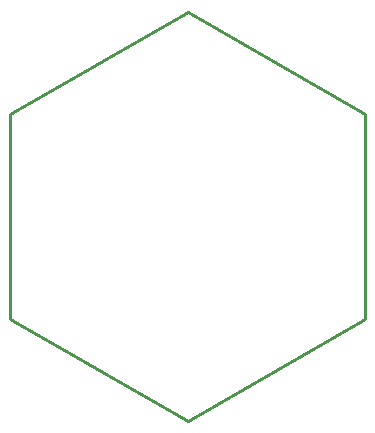
<source format=gbr>
G04 EAGLE Gerber RS-274X export*
G75*
%MOMM*%
%FSLAX34Y34*%
%LPD*%
%IN*%
%IPPOS*%
%AMOC8*
5,1,8,0,0,1.08239X$1,22.5*%
G01*
%ADD10C,0.254000*%


D10*
X-149998Y259641D02*
X-149996Y86438D01*
X2Y-166D01*
X149998Y86434D01*
X149996Y259638D01*
X-2Y346241D01*
X-149998Y259641D01*
M02*

</source>
